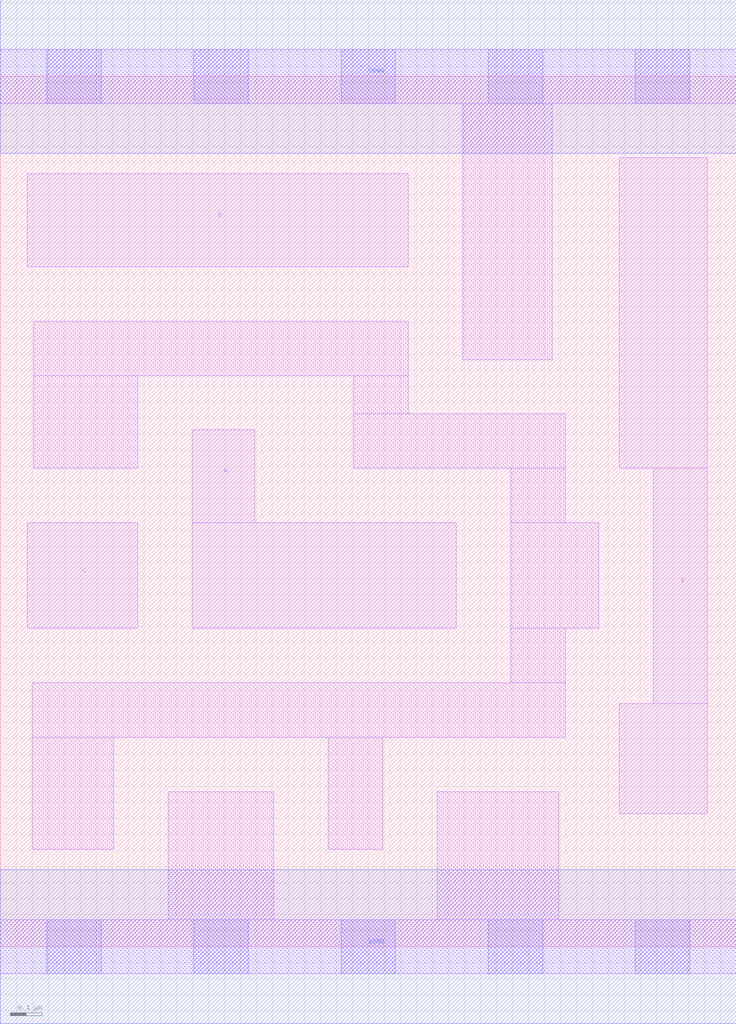
<source format=lef>
# Copyright 2020 The SkyWater PDK Authors
#
# Licensed under the Apache License, Version 2.0 (the "License");
# you may not use this file except in compliance with the License.
# You may obtain a copy of the License at
#
#     https://www.apache.org/licenses/LICENSE-2.0
#
# Unless required by applicable law or agreed to in writing, software
# distributed under the License is distributed on an "AS IS" BASIS,
# WITHOUT WARRANTIES OR CONDITIONS OF ANY KIND, either express or implied.
# See the License for the specific language governing permissions and
# limitations under the License.
#
# SPDX-License-Identifier: Apache-2.0

VERSION 5.7 ;
  NAMESCASESENSITIVE ON ;
  NOWIREEXTENSIONATPIN ON ;
  DIVIDERCHAR "/" ;
  BUSBITCHARS "[]" ;
UNITS
  DATABASE MICRONS 200 ;
END UNITS
MACRO sky130_fd_sc_hd__or3_1
  CLASS CORE ;
  SOURCE USER ;
  FOREIGN sky130_fd_sc_hd__or3_1 ;
  ORIGIN  0.000000  0.000000 ;
  SIZE  2.300000 BY  2.720000 ;
  SYMMETRY X Y R90 ;
  SITE unithd ;
  PIN A
    ANTENNAGATEAREA  0.126000 ;
    DIRECTION INPUT ;
    USE SIGNAL ;
    PORT
      LAYER li1 ;
        RECT 0.600000 0.995000 1.425000 1.325000 ;
        RECT 0.600000 1.325000 0.795000 1.615000 ;
    END
  END A
  PIN B
    ANTENNAGATEAREA  0.126000 ;
    DIRECTION INPUT ;
    USE SIGNAL ;
    PORT
      LAYER li1 ;
        RECT 0.085000 2.125000 1.275000 2.415000 ;
    END
  END B
  PIN C
    ANTENNAGATEAREA  0.126000 ;
    DIRECTION INPUT ;
    USE SIGNAL ;
    PORT
      LAYER li1 ;
        RECT 0.085000 0.995000 0.430000 1.325000 ;
    END
  END C
  PIN X
    ANTENNADIFFAREA  0.462000 ;
    DIRECTION OUTPUT ;
    USE SIGNAL ;
    PORT
      LAYER li1 ;
        RECT 1.935000 0.415000 2.210000 0.760000 ;
        RECT 1.935000 1.495000 2.210000 2.465000 ;
        RECT 2.040000 0.760000 2.210000 1.495000 ;
    END
  END X
  PIN VGND
    DIRECTION INOUT ;
    SHAPE ABUTMENT ;
    USE GROUND ;
    PORT
      LAYER met1 ;
        RECT 0.000000 -0.240000 2.300000 0.240000 ;
    END
  END VGND
  PIN VPWR
    DIRECTION INOUT ;
    SHAPE ABUTMENT ;
    USE POWER ;
    PORT
      LAYER met1 ;
        RECT 0.000000 2.480000 2.300000 2.960000 ;
    END
  END VPWR
  OBS
    LAYER li1 ;
      RECT 0.000000 -0.085000 2.300000 0.085000 ;
      RECT 0.000000  2.635000 2.300000 2.805000 ;
      RECT 0.100000  0.305000 0.355000 0.655000 ;
      RECT 0.100000  0.655000 1.765000 0.825000 ;
      RECT 0.105000  1.495000 0.430000 1.785000 ;
      RECT 0.105000  1.785000 1.275000 1.955000 ;
      RECT 0.525000  0.085000 0.855000 0.485000 ;
      RECT 1.025000  0.305000 1.195000 0.655000 ;
      RECT 1.105000  1.495000 1.765000 1.665000 ;
      RECT 1.105000  1.665000 1.275000 1.785000 ;
      RECT 1.365000  0.085000 1.745000 0.485000 ;
      RECT 1.445000  1.835000 1.725000 2.635000 ;
      RECT 1.595000  0.825000 1.765000 0.995000 ;
      RECT 1.595000  0.995000 1.870000 1.325000 ;
      RECT 1.595000  1.325000 1.765000 1.495000 ;
    LAYER mcon ;
      RECT 0.145000 -0.085000 0.315000 0.085000 ;
      RECT 0.145000  2.635000 0.315000 2.805000 ;
      RECT 0.605000 -0.085000 0.775000 0.085000 ;
      RECT 0.605000  2.635000 0.775000 2.805000 ;
      RECT 1.065000 -0.085000 1.235000 0.085000 ;
      RECT 1.065000  2.635000 1.235000 2.805000 ;
      RECT 1.525000 -0.085000 1.695000 0.085000 ;
      RECT 1.525000  2.635000 1.695000 2.805000 ;
      RECT 1.985000 -0.085000 2.155000 0.085000 ;
      RECT 1.985000  2.635000 2.155000 2.805000 ;
  END
END sky130_fd_sc_hd__or3_1

</source>
